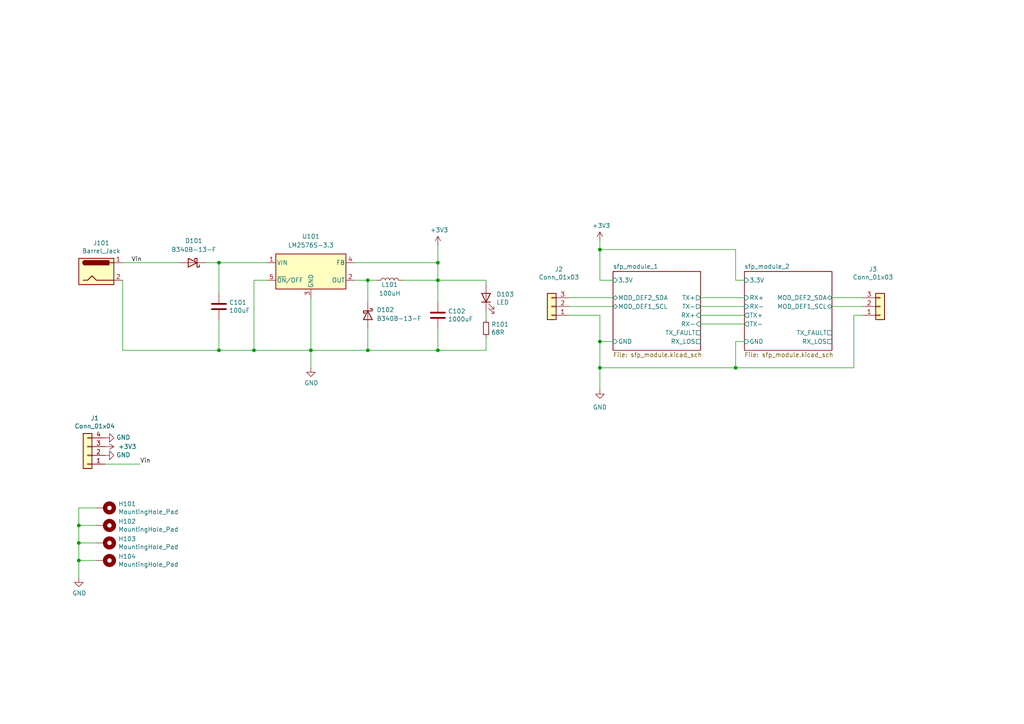
<source format=kicad_sch>
(kicad_sch (version 20211123) (generator eeschema)
  (paper "A4")
  (lib_symbols
    (symbol "Connector:Barrel_Jack" (pin_names (offset 1.016))
      (property "Reference" "J" (at 0 5.334 0))
      (property "Value" "Barrel_Jack" (at 0 -5.08 0))
      (symbol "Barrel_Jack_0_1"
        (rectangle (start -5.08 3.81) (end 5.08 -3.81) (stroke (width 0.254)) (fill (type background)))
        (arc (start -3.302 3.175) (mid -3.937 2.54) (end -3.302 1.905) (stroke (width 0.254)))
        (arc (start -3.302 3.175) (mid -3.937 2.54) (end -3.302 1.905) (stroke (width 0.254)) (fill (type outline)))
        (polyline (pts (xy 5.08 2.54) (xy 3.81 2.54)) (stroke (width 0.254)))
        (polyline (pts (xy -3.81 -2.54) (xy -2.54 -2.54) (xy -1.27 -1.27) (xy 0 -2.54) (xy 2.54 -2.54) (xy 5.08 -2.54)) (stroke (width 0.254)))
        (rectangle (start 3.683 3.175) (end -3.302 1.905) (stroke (width 0.254)) (fill (type outline)))
      )
      (symbol "Barrel_Jack_1_1"
        (pin passive line (at 7.62 2.54 180) (length 2.54) (name "~") (number "1"))
        (pin passive line (at 7.62 -2.54 180) (length 2.54) (name "~") (number "2"))
      )
    )
    (symbol "Connector_Generic:Conn_01x03" (pin_names (offset 1.016) hide)
      (property "Reference" "J" (at 0 5.08 0))
      (property "Value" "Conn_01x03" (at 0 -5.08 0))
      (symbol "Conn_01x03_1_1"
        (rectangle (start -1.27 -2.413) (end 0 -2.667) (stroke (width 0.1524)))
        (rectangle (start -1.27 0.127) (end 0 -0.127) (stroke (width 0.1524)))
        (rectangle (start -1.27 2.667) (end 0 2.413) (stroke (width 0.1524)))
        (rectangle (start -1.27 3.81) (end 1.27 -3.81) (stroke (width 0.254)) (fill (type background)))
        (pin passive line (at -5.08 2.54 0) (length 3.81) (name "Pin_1") (number "1"))
        (pin passive line (at -5.08 0 0) (length 3.81) (name "Pin_2") (number "2"))
        (pin passive line (at -5.08 -2.54 0) (length 3.81) (name "Pin_3") (number "3"))
      )
    )
    (symbol "Connector_Generic:Conn_01x04" (pin_names (offset 1.016) hide)
      (property "Reference" "J" (at 0 5.08 0))
      (property "Value" "Conn_01x04" (at 0 -7.62 0))
      (symbol "Conn_01x04_1_1"
        (rectangle (start -1.27 -4.953) (end 0 -5.207) (stroke (width 0.1524)))
        (rectangle (start -1.27 -2.413) (end 0 -2.667) (stroke (width 0.1524)))
        (rectangle (start -1.27 0.127) (end 0 -0.127) (stroke (width 0.1524)))
        (rectangle (start -1.27 2.667) (end 0 2.413) (stroke (width 0.1524)))
        (rectangle (start -1.27 3.81) (end 1.27 -6.35) (stroke (width 0.254)) (fill (type background)))
        (pin passive line (at -5.08 2.54 0) (length 3.81) (name "Pin_1") (number "1"))
        (pin passive line (at -5.08 0 0) (length 3.81) (name "Pin_2") (number "2"))
        (pin passive line (at -5.08 -2.54 0) (length 3.81) (name "Pin_3") (number "3"))
        (pin passive line (at -5.08 -5.08 0) (length 3.81) (name "Pin_4") (number "4"))
      )
    )
    (symbol "Device:C" (pin_numbers hide) (pin_names (offset 0.254))
      (property "Reference" "C" (at 0.635 2.54 0))
      (property "Value" "C" (at 0.635 -2.54 0))
      (symbol "C_0_1"
        (polyline (pts (xy -2.032 -0.762) (xy 2.032 -0.762)) (stroke (width 0.508)))
        (polyline (pts (xy -2.032 0.762) (xy 2.032 0.762)) (stroke (width 0.508)))
      )
      (symbol "C_1_1"
        (pin passive line (at 0 3.81 270) (length 2.794) (name "~") (number "1"))
        (pin passive line (at 0 -3.81 90) (length 2.794) (name "~") (number "2"))
      )
    )
    (symbol "Device:D_Schottky" (pin_numbers hide) (pin_names (offset 1.016) hide)
      (property "Reference" "D" (at 0 2.54 0))
      (property "Value" "D_Schottky" (at 0 -2.54 0))
      (symbol "D_Schottky_0_1"
        (polyline (pts (xy 1.27 0) (xy -1.27 0)))
        (polyline (pts (xy 1.27 1.27) (xy 1.27 -1.27) (xy -1.27 0) (xy 1.27 1.27)) (stroke (width 0.254)))
        (polyline (pts (xy -1.905 0.635) (xy -1.905 1.27) (xy -1.27 1.27) (xy -1.27 -1.27) (xy -0.635 -1.27) (xy -0.635 -0.635)) (stroke (width 0.254)))
      )
      (symbol "D_Schottky_1_1"
        (pin passive line (at -3.81 0 0) (length 2.54) (name "K") (number "1"))
        (pin passive line (at 3.81 0 180) (length 2.54) (name "A") (number "2"))
      )
    )
    (symbol "Device:L" (pin_numbers hide) (pin_names (offset 1.016) hide)
      (property "Reference" "L" (at -1.27 0 90))
      (property "Value" "L" (at 1.905 0 90))
      (symbol "L_0_1"
        (arc (start 0 -2.54) (mid 0.635 -1.905) (end 0 -1.27))
        (arc (start 0 -1.27) (mid 0.635 -0.635) (end 0 0))
        (arc (start 0 0) (mid 0.635 0.635) (end 0 1.27))
        (arc (start 0 1.27) (mid 0.635 1.905) (end 0 2.54))
      )
      (symbol "L_1_1"
        (pin passive line (at 0 3.81 270) (length 1.27) (name "1") (number "1"))
        (pin passive line (at 0 -3.81 90) (length 1.27) (name "2") (number "2"))
      )
    )
    (symbol "Device:LED" (pin_numbers hide) (pin_names (offset 1.016) hide)
      (property "Reference" "D" (at 0 2.54 0))
      (property "Value" "LED" (at 0 -2.54 0))
      (symbol "LED_0_1"
        (polyline (pts (xy -1.27 -1.27) (xy -1.27 1.27)) (stroke (width 0.254)))
        (polyline (pts (xy -1.27 0) (xy 1.27 0)))
        (polyline (pts (xy 1.27 -1.27) (xy 1.27 1.27) (xy -1.27 0) (xy 1.27 -1.27)) (stroke (width 0.254)))
        (polyline (pts (xy -3.048 -0.762) (xy -4.572 -2.286) (xy -3.81 -2.286) (xy -4.572 -2.286) (xy -4.572 -1.524)))
        (polyline (pts (xy -1.778 -0.762) (xy -3.302 -2.286) (xy -2.54 -2.286) (xy -3.302 -2.286) (xy -3.302 -1.524)))
      )
      (symbol "LED_1_1"
        (pin passive line (at -3.81 0 0) (length 2.54) (name "K") (number "1"))
        (pin passive line (at 3.81 0 180) (length 2.54) (name "A") (number "2"))
      )
    )
    (symbol "Device:R_Small" (pin_numbers hide) (pin_names (offset 0.254) hide)
      (property "Reference" "R" (at 0.762 0.508 0))
      (property "Value" "R_Small" (at 0.762 -1.016 0))
      (symbol "R_Small_0_1"
        (rectangle (start -0.762 1.778) (end 0.762 -1.778) (stroke (width 0.2032)))
      )
      (symbol "R_Small_1_1"
        (pin passive line (at 0 2.54 270) (length 0.762) (name "~") (number "1"))
        (pin passive line (at 0 -2.54 90) (length 0.762) (name "~") (number "2"))
      )
    )
    (symbol "Mechanical:MountingHole_Pad" (pin_numbers hide) (pin_names (offset 1.016) hide)
      (property "Reference" "H" (at 0 6.35 0))
      (property "Value" "MountingHole_Pad" (at 0 4.445 0))
      (symbol "MountingHole_Pad_0_1"
        (circle (center 0 1.27) (radius 1.27) (stroke (width 1.27)))
      )
      (symbol "MountingHole_Pad_1_1"
        (pin input line (at 0 -2.54 90) (length 2.54) (name "1") (number "1"))
      )
    )
    (symbol "Regulator_Switching:LM2576S-3.3" (pin_names (offset 0.254))
      (property "Reference" "U" (at -10.16 6.35 0))
      (property "Value" "LM2576S-3.3" (at 0 6.35 0))
      (symbol "LM2576S-3.3_0_1"
        (rectangle (start -10.16 5.08) (end 10.16 -5.08) (stroke (width 0.254)) (fill (type background)))
      )
      (symbol "LM2576S-3.3_1_1"
        (pin power_in line (at -12.7 2.54 0) (length 2.54) (name "VIN") (number "1"))
        (pin output line (at 12.7 -2.54 180) (length 2.54) (name "OUT") (number "2"))
        (pin power_in line (at 0 -7.62 90) (length 2.54) (name "GND") (number "3"))
        (pin input line (at 12.7 2.54 180) (length 2.54) (name "FB") (number "4"))
        (pin input line (at -12.7 -2.54 0) (length 2.54) (name "~{ON}/OFF") (number "5"))
      )
    )
    (symbol "power:+3.3V" (power) (pin_names (offset 0))
      (property "Value" "+3.3V" (at 0 3.556 0))
      (symbol "+3.3V_0_1"
        (polyline (pts (xy -0.762 1.27) (xy 0 2.54)))
        (polyline (pts (xy 0 0) (xy 0 2.54)))
        (polyline (pts (xy 0 2.54) (xy 0.762 1.27)))
      )
      (symbol "+3.3V_1_1"
        (pin power_in line (at 0 0 90) (length 0) hide (name "+3V3") (number "1"))
      )
    )
    (symbol "power:GND" (power) (pin_names (offset 0))
      (property "Value" "GND" (at 0 -3.81 0))
      (symbol "GND_0_1"
        (polyline (pts (xy 0 0) (xy 0 -1.27) (xy 1.27 -1.27) (xy 0 -2.54) (xy -1.27 -1.27) (xy 0 -1.27)))
      )
      (symbol "GND_1_1"
        (pin power_in line (at 0 0 270) (length 0) hide (name "GND") (number "1"))
      )
    )
  )
  (junction (at 127 81.28))
  (junction (at 22.86 152.4))
  (junction (at 106.68 101.6))
  (junction (at 22.86 157.48))
  (junction (at 63.5 76.2))
  (junction (at 63.5 101.6))
  (junction (at 127 101.6))
  (junction (at 173.99 99.06))
  (junction (at 173.99 72.39))
  (junction (at 106.68 81.28))
  (junction (at 213.36 106.68))
  (junction (at 173.99 106.68))
  (junction (at 22.86 162.56))
  (junction (at 73.66 101.6))
  (junction (at 127 76.2))
  (junction (at 90.17 101.6))
  (wire (pts (xy 106.68 81.28) (xy 106.68 87.63)))
  (wire (pts (xy 127 101.6) (xy 127 95.25)))
  (wire (pts (xy 173.99 72.39) (xy 173.99 81.28)))
  (wire (pts (xy 27.94 157.48) (xy 22.86 157.48)))
  (wire (pts (xy 102.87 81.28) (xy 106.68 81.28)))
  (wire (pts (xy 35.56 81.28) (xy 35.56 101.6)))
  (wire (pts (xy 127 101.6) (xy 140.97 101.6)))
  (wire (pts (xy 203.2 88.9) (xy 215.9 88.9)))
  (wire (pts (xy 213.36 106.68) (xy 247.65 106.68)))
  (wire (pts (xy 173.99 106.68) (xy 173.99 99.06)))
  (wire (pts (xy 90.17 86.36) (xy 90.17 101.6)))
  (wire (pts (xy 59.69 76.2) (xy 63.5 76.2)))
  (wire (pts (xy 63.5 76.2) (xy 77.47 76.2)))
  (wire (pts (xy 140.97 81.28) (xy 127 81.28)))
  (wire (pts (xy 247.65 91.44) (xy 250.19 91.44)))
  (wire (pts (xy 27.94 152.4) (xy 22.86 152.4)))
  (wire (pts (xy 203.2 86.36) (xy 215.9 86.36)))
  (wire (pts (xy 106.68 95.25) (xy 106.68 101.6)))
  (wire (pts (xy 241.3 86.36) (xy 250.19 86.36)))
  (wire (pts (xy 203.2 91.44) (xy 215.9 91.44)))
  (wire (pts (xy 140.97 92.71) (xy 140.97 90.17)))
  (wire (pts (xy 106.68 101.6) (xy 127 101.6)))
  (wire (pts (xy 106.68 81.28) (xy 109.22 81.28)))
  (wire (pts (xy 63.5 76.2) (xy 63.5 85.09)))
  (wire (pts (xy 63.5 101.6) (xy 73.66 101.6)))
  (wire (pts (xy 30.48 134.62) (xy 40.64 134.62)))
  (wire (pts (xy 22.86 167.64) (xy 22.86 162.56)))
  (wire (pts (xy 165.1 91.44) (xy 173.99 91.44)))
  (wire (pts (xy 35.56 76.2) (xy 52.07 76.2)))
  (wire (pts (xy 213.36 72.39) (xy 173.99 72.39)))
  (wire (pts (xy 63.5 92.71) (xy 63.5 101.6)))
  (wire (pts (xy 140.97 101.6) (xy 140.97 97.79)))
  (wire (pts (xy 203.2 93.98) (xy 215.9 93.98)))
  (wire (pts (xy 165.1 88.9) (xy 177.8 88.9)))
  (wire (pts (xy 35.56 101.6) (xy 63.5 101.6)))
  (wire (pts (xy 247.65 106.68) (xy 247.65 91.44)))
  (wire (pts (xy 165.1 86.36) (xy 177.8 86.36)))
  (wire (pts (xy 77.47 81.28) (xy 73.66 81.28)))
  (wire (pts (xy 116.84 81.28) (xy 127 81.28)))
  (wire (pts (xy 90.17 101.6) (xy 106.68 101.6)))
  (wire (pts (xy 215.9 81.28) (xy 213.36 81.28)))
  (wire (pts (xy 102.87 76.2) (xy 127 76.2)))
  (wire (pts (xy 213.36 106.68) (xy 213.36 99.06)))
  (wire (pts (xy 22.86 152.4) (xy 22.86 147.32)))
  (wire (pts (xy 173.99 113.03) (xy 173.99 106.68)))
  (wire (pts (xy 140.97 82.55) (xy 140.97 81.28)))
  (wire (pts (xy 213.36 99.06) (xy 215.9 99.06)))
  (wire (pts (xy 127 76.2) (xy 127 81.28)))
  (wire (pts (xy 173.99 81.28) (xy 177.8 81.28)))
  (wire (pts (xy 22.86 162.56) (xy 22.86 157.48)))
  (wire (pts (xy 127 87.63) (xy 127 81.28)))
  (wire (pts (xy 27.94 162.56) (xy 22.86 162.56)))
  (wire (pts (xy 22.86 157.48) (xy 22.86 152.4)))
  (wire (pts (xy 90.17 101.6) (xy 90.17 106.68)))
  (wire (pts (xy 73.66 81.28) (xy 73.66 101.6)))
  (wire (pts (xy 213.36 81.28) (xy 213.36 72.39)))
  (wire (pts (xy 173.99 106.68) (xy 213.36 106.68)))
  (wire (pts (xy 173.99 91.44) (xy 173.99 99.06)))
  (wire (pts (xy 173.99 69.85) (xy 173.99 72.39)))
  (wire (pts (xy 173.99 99.06) (xy 177.8 99.06)))
  (wire (pts (xy 127 71.12) (xy 127 76.2)))
  (wire (pts (xy 73.66 101.6) (xy 90.17 101.6)))
  (wire (pts (xy 241.3 88.9) (xy 250.19 88.9)))
  (wire (pts (xy 22.86 147.32) (xy 27.94 147.32)))
  (label "Vin" (at 40.64 134.62 0))
  (label "Vin" (at 38.1 76.2 0))
  (symbol (lib_id "power:GND") (at 173.99 113.03 0) (unit 1)
    (property "Reference" "#PWR0106" (effects hide))
    (property "Value" "GND" (at 173.99 118.11 0))
  )
  (symbol (lib_id "power:+3.3V") (at 173.99 69.85 0) (unit 1)
    (property "Reference" "#PWR0105" (effects hide))
    (property "Value" "+3.3V" (at 174.371 65.4558 0))
  )
  (symbol (lib_id "Connector:Barrel_Jack") (at 27.94 78.74 0) (unit 1)
    (property "Reference" "J101" (at 29.3878 70.485 0))
    (property "Value" "Barrel_Jack" (at 29.3878 72.7964 0))
    (property "Footprint" "Connector_BarrelJack:BarrelJack_Horizontal" (effects hide))
    (property "LCSC Part Number" "C194407" (effects hide))
  )
  (symbol (lib_id "power:+3.3V") (at 127 71.12 0) (unit 1)
    (property "Reference" "#PWR0103" (effects hide))
    (property "Value" "+3.3V" (at 127.381 66.7258 0))
  )
  (symbol (lib_id "Mechanical:MountingHole_Pad") (at 30.48 162.56 270) (unit 1)
    (property "Reference" "H104" (at 34.29 161.3916 90) (effects (justify left)))
    (property "Value" "MountingHole_Pad" (at 34.29 163.703 90) (effects (justify left)))
  )
  (symbol (lib_id "Mechanical:MountingHole_Pad") (at 30.48 157.48 270) (unit 1)
    (property "Reference" "H103" (at 34.29 156.3116 90) (effects (justify left)))
    (property "Value" "MountingHole_Pad" (at 34.29 158.623 90) (effects (justify left)))
  )
  (symbol (lib_id "Mechanical:MountingHole_Pad") (at 30.48 152.4 270) (unit 1)
    (property "Reference" "H102" (at 34.29 151.2316 90) (effects (justify left)))
    (property "Value" "MountingHole_Pad" (at 34.29 153.543 90) (effects (justify left)))
  )
  (symbol (lib_id "Mechanical:MountingHole_Pad") (at 30.48 147.32 270) (unit 1)
    (property "Reference" "H101" (at 34.29 146.1516 90) (effects (justify left)))
    (property "Value" "MountingHole_Pad" (at 34.29 148.463 90) (effects (justify left)))
  )
  (symbol (lib_id "power:GND") (at 22.86 167.64 0) (unit 1)
    (property "Reference" "#PWR0104" (effects hide))
    (property "Value" "GND" (at 22.987 172.0342 0))
  )
  (symbol (lib_id "Device:C") (at 127 91.44 0) (unit 1)
    (property "Reference" "C102" (at 129.921 90.2716 0) (effects (justify left)))
    (property "Value" "1000uF" (at 129.921 92.583 0) (effects (justify left)))
    (property "Footprint" "Capacitor_SMD:CP_Elec_10x10" (effects hide))
    (property "LCSC Part Number" "C249844" (effects hide))
  )
  (symbol (lib_id "Device:LED") (at 140.97 86.36 90) (unit 1)
    (property "Reference" "D103" (at 143.9672 85.3694 90) (effects (justify right)))
    (property "Value" "LED" (at 143.9672 87.6808 90) (effects (justify right)))
    (property "Footprint" "LED_THT:LED_D3.0mm_Horizontal_O1.27mm_Z2.0mm" (effects hide))
    (property "LCSC Part Number" "C181864" (effects hide))
  )
  (symbol (lib_id "Device:R_Small") (at 140.97 95.25 0) (unit 1)
    (property "Reference" "R101" (at 142.4686 94.0816 0) (effects (justify left)))
    (property "Value" "68R" (at 142.4686 96.393 0) (effects (justify left)))
    (property "Footprint" "Resistor_SMD:R_0805_2012Metric" (effects hide))
    (property "LCSC Part Number" "C474219" (effects hide))
  )
  (symbol (lib_id "Connector_Generic:Conn_01x04") (at 25.4 132.08 180) (unit 1)
    (property "Reference" "J1" (at 27.4828 121.285 0))
    (property "Value" "Conn_01x04" (at 27.4828 123.5964 0))
    (property "Footprint" "Connector_PinHeader_2.54mm:PinHeader_1x04_P2.54mm_Vertical" (effects hide))
  )
  (symbol (lib_id "power:GND") (at 30.48 132.08 90) (unit 1)
    (property "Reference" "#PWR0107" (effects hide))
    (property "Value" "GND" (at 33.7312 131.953 90) (effects (justify right)))
  )
  (symbol (lib_id "power:+3.3V") (at 30.48 129.54 270) (unit 1)
    (property "Reference" "#PWR0108" (effects hide))
    (property "Value" "+3.3V" (at 34.29 129.54 90) (effects (justify left)))
  )
  (symbol (lib_id "power:GND") (at 30.48 127 90) (unit 1)
    (property "Reference" "#PWR0109" (effects hide))
    (property "Value" "GND" (at 33.7312 126.873 90) (effects (justify right)))
  )
  (symbol (lib_id "power:GND") (at 90.17 106.68 0) (unit 1)
    (property "Reference" "#PWR0101" (effects hide))
    (property "Value" "GND" (at 90.297 111.0742 0))
  )
  (symbol (lib_id "Connector_Generic:Conn_01x03") (at 255.27 88.9 0) (mirror x) (unit 1)
    (property "Reference" "J3" (at 253.1872 78.105 0))
    (property "Value" "Conn_01x03" (at 253.1872 80.4164 0))
    (property "Footprint" "Connector_PinHeader_2.54mm:PinHeader_1x03_P2.54mm_Vertical" (effects hide))
  )
  (symbol (lib_id "Device:C") (at 63.5 88.9 0) (unit 1)
    (property "Reference" "C101" (at 66.421 87.7316 0) (effects (justify left)))
    (property "Value" "100uF" (at 66.421 90.043 0) (effects (justify left)))
    (property "Footprint" "Capacitor_SMD:CP_Elec_10x10" (effects hide))
    (property "LCSC" "C249838" (effects hide))
  )
  (symbol (lib_id "Device:D_Schottky") (at 55.88 76.2 180) (unit 1)
    (property "Reference" "D101" (at 56.1975 69.85 0))
    (property "Value" "B340B-13-F" (at 56.1975 72.39 0))
    (property "Footprint" "Diode_SMD:D_SMB" (effects hide))
    (property "LCSC Part Number" "C85099" (effects hide))
  )
  (symbol (lib_id "Connector_Generic:Conn_01x03") (at 160.02 88.9 180) (unit 1)
    (property "Reference" "J2" (at 162.1028 78.105 0))
    (property "Value" "Conn_01x03" (at 162.1028 80.4164 0))
    (property "Footprint" "Connector_PinHeader_2.54mm:PinHeader_1x03_P2.54mm_Vertical" (effects hide))
  )
  (symbol (lib_id "Device:L") (at 113.03 81.28 90) (unit 1)
    (property "Reference" "L101" (at 113.03 82.55 90))
    (property "Value" "100uH" (at 113.03 85.09 90))
    (property "Footprint" "Inductor_SMD:L_10.4x10.4_H4.8" (effects hide))
    (property "LCSC Part Number" "C2875675" (effects hide))
  )
  (symbol (lib_id "Regulator_Switching:LM2576S-3.3") (at 90.17 78.74 0) (unit 1)
    (property "Reference" "U101" (at 90.17 68.58 0))
    (property "Value" "LM2576S-3.3" (at 90.17 71.12 0))
    (property "Footprint" "Package_TO_SOT_SMD:TO-263-5_TabPin3" (effects hide))
    (property "LCSC Part Number" "C91093" (effects hide))
  )
  (symbol (lib_id "Device:D_Schottky") (at 106.68 91.44 270) (unit 1)
    (property "Reference" "D102" (at 109.22 89.8524 90) (effects (justify left)))
    (property "Value" "B340B-13-F" (at 109.22 92.3924 90) (effects (justify left)))
    (property "Footprint" "Diode_SMD:D_SMB" (effects hide))
    (property "LCSC Part Number" "C85099" (effects hide))
  )
  (sheet (at 215.9 78.74) (size 25.4 22.86)
    (property "Sheet name" "sfp_module_2" (at 215.9 78.0284 0) (effects (justify left bottom)))
    (property "Sheet file" "sfp_module.kicad_sch" (at 215.9 102.1846 0) (effects (justify left top)))
    (pin "3.3V" input (at 215.9 81.28 180))
    (pin "GND" input (at 215.9 99.06 180))
    (pin "RX+" input (at 215.9 86.36 180))
    (pin "RX-" input (at 215.9 88.9 180))
    (pin "TX+" output (at 215.9 91.44 180))
    (pin "TX-" output (at 215.9 93.98 180))
    (pin "RX_LOS" passive (at 241.3 99.06 0))
    (pin "TX_FAULT" passive (at 241.3 96.52 0))
    (pin "MOD_DEF2_SDA" bidirectional (at 241.3 86.36 0))
    (pin "MOD_DEF1_SCL" bidirectional (at 241.3 88.9 0))
  )
  (sheet (at 177.8 78.74) (size 25.4 22.86)
    (property "Sheet name" "sfp_module_1" (at 177.8 78.0284 0) (effects (justify left bottom)))
    (property "Sheet file" "sfp_module.kicad_sch" (at 177.8 102.1846 0) (effects (justify left top)))
    (pin "3.3V" input (at 177.8 81.28 180))
    (pin "GND" input (at 177.8 99.06 180))
    (pin "RX+" input (at 203.2 91.44 0))
    (pin "RX-" input (at 203.2 93.98 0))
    (pin "TX+" output (at 203.2 86.36 0))
    (pin "TX-" output (at 203.2 88.9 0))
    (pin "RX_LOS" passive (at 203.2 99.06 0))
    (pin "TX_FAULT" passive (at 203.2 96.52 0))
    (pin "MOD_DEF2_SDA" bidirectional (at 177.8 86.36 180))
    (pin "MOD_DEF1_SCL" bidirectional (at 177.8 88.9 180))
  )
)
</source>
